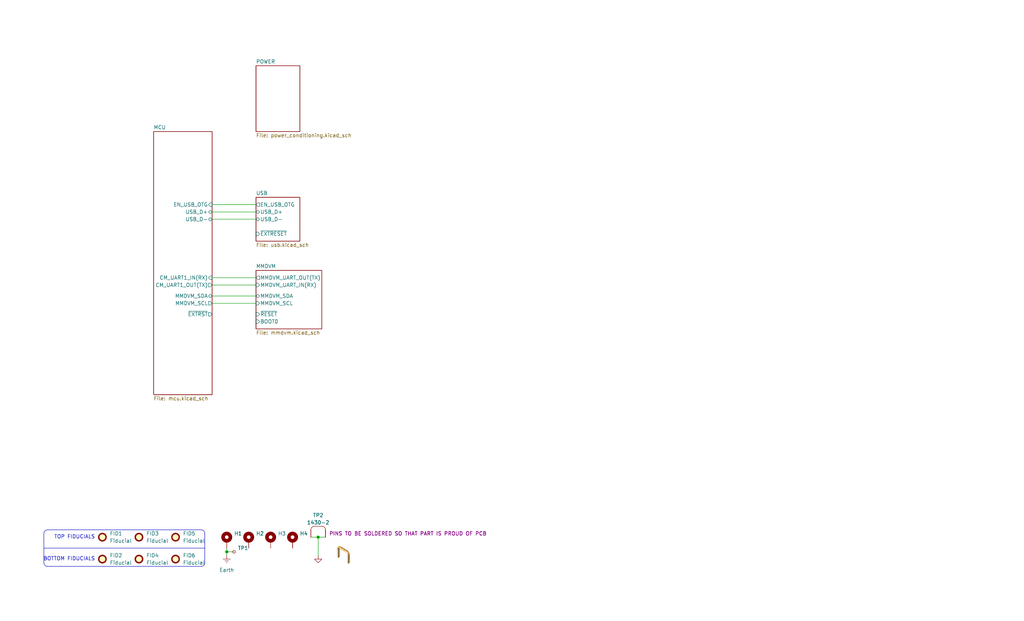
<source format=kicad_sch>
(kicad_sch (version 20250114) (generator "eeschema") (generator_version "9.0")
  (paper "USLegal")
  (lib_symbols
    (symbol "Connector:TestPoint_Small" (pin_numbers (hide yes)) (pin_names (offset 0.762) (hide yes))
      (property "Reference" "TP" (at 0 3.81 0))
      (property "Value" "TestPoint_Small" (at 0 2.032 0))
      (symbol "TestPoint_Small_0_1"
        (circle (center 0 0) (radius 0.508))
      )
      (symbol "TestPoint_Small_1_1"
        (pin passive line (at 0 0 90) (length 0) (name "1") (number "1"))
      )
    )
    (symbol "DDCEE:GND" (power) (pin_numbers (hide yes)) (pin_names (offset 0) (hide yes))
      (symbol "GND_0_1"
        (polyline (pts (xy 0 0) (xy 0 -1.27) (xy 1.27 -1.27) (xy 0 -2.54) (xy -1.27 -1.27) (xy 0 -1.27)))
      )
      (symbol "GND_1_1"
        (pin power_in line (at 0 0 270) (length 0) (name "~") (number "1"))
      )
    )
    (symbol "DDCEE:TP_2P_Keystone_1430-2" (pin_numbers (hide yes)) (pin_names (hide yes))
      (property "Reference" "TP" (at 2.54 4.826 0))
      (property "Value" "1430-2" (at 8.636 1.016 0))
      (property "Assembly Instructions" "PINS TO BE SOLDERED SO THAT PART IS PROUD OF PCB" (at 30.734 -0.508 0))
      (symbol "TP_2P_Keystone_1430-2_0_1"
        (polyline (pts (xy 1.27 3.81) (xy 3.81 3.81)))
        (arc (start 0 2.54) (mid 0.372 3.438) (end 1.27 3.81))
        (arc (start 3.81 3.81) (mid 4.708 3.438) (end 5.08 2.54))
      )
      (symbol "TP_2P_Keystone_1430-2_1_1"
        (pin power_in line (at 0 0 90) (length 2.54) (name "1") (number "1"))
        (pin power_in line (at 5.08 0 90) (length 2.54) (name "2") (number "2"))
      )
    )
    (symbol "Mechanical:Fiducial" (exclude_from_sim yes) (in_bom no)
      (property "Reference" "FID" (at 0 5.08 0))
      (property "Value" "Fiducial" (at 0 3.175 0))
      (symbol "Fiducial_0_1"
        (circle (center 0 0) (radius 1.27) (stroke (width 0.508)) (fill (type background)))
      )
    )
    (symbol "Mechanical:MountingHole_Pad" (pin_numbers (hide yes)) (pin_names (offset 1.016) (hide yes)) (exclude_from_sim yes) (in_bom no)
      (property "Reference" "H" (at 0 6.35 0))
      (property "Value" "MountingHole_Pad" (at 0 4.445 0))
      (symbol "MountingHole_Pad_0_1"
        (circle (center 0 1.27) (radius 1.27) (stroke (width 1.27)))
      )
      (symbol "MountingHole_Pad_1_1"
        (pin input line (at 0 -2.54 90) (length 2.54) (name "1") (number "1"))
      )
    )
    (symbol "power:Earth" (power) (pin_numbers (hide yes)) (pin_names (offset 0) (hide yes))
      (property "Value" "Earth" (at 0 -3.81 0))
      (symbol "Earth_0_1"
        (polyline (pts (xy -0.635 -1.905) (xy 0.635 -1.905)))
        (polyline (pts (xy -0.127 -2.54) (xy 0.127 -2.54)))
        (polyline (pts (xy 0 -1.27) (xy 0 0)))
        (polyline (pts (xy 1.27 -1.27) (xy -1.27 -1.27)))
      )
      (symbol "Earth_1_1"
        (pin power_in line (at 0 0 270) (length 0) (name "~") (number "1"))
      )
    )
  )
  (arc (start 16.51 196.85) (mid 15.612 196.478) (end 15.24 195.58))
  (arc (start 15.24 185.42) (mid 15.612 184.522) (end 16.51 184.15))
  (arc (start 69.85 184.15) (mid 70.748 184.522) (end 71.12 185.42))
  (arc (start 71.12 195.58) (mid 70.748 196.478) (end 69.85 196.85))
  (text "BOTTOM FIDUCIALS\n" (at 33.02 194.31 0) (effects (font (size 1.27 1.27)) (justify right)))
  (text "TOP FIDUCIALS" (at 33.02 186.69 0) (effects (font (size 1.27 1.27)) (justify right)))
  (junction (at 110.49 186.69))
  (junction (at 78.74 191.77))
  (no_connect (at -85.09 3.81))
  (polyline (pts (xy 71.12 185.42) (xy 71.12 195.58)))
  (wire (pts (xy 107.95 186.69) (xy 110.49 186.69)))
  (polyline (pts (xy 15.24 190.5) (xy 71.12 190.5)))
  (wire (pts (xy 78.74 191.77) (xy 81.28 191.77)))
  (wire (pts (xy 110.49 186.69) (xy 113.03 186.69)))
  (wire (pts (xy 73.66 76.2) (xy 88.9 76.2)))
  (wire (pts (xy 110.49 193.04) (xy 110.49 186.69)))
  (wire (pts (xy 78.74 190.5) (xy 78.74 191.77)))
  (polyline (pts (xy 15.24 185.42) (xy 15.24 195.58)))
  (wire (pts (xy 73.66 105.41) (xy 88.9 105.41)))
  (polyline (pts (xy 16.51 196.85) (xy 69.85 196.85)))
  (polyline (pts (xy 16.51 184.15) (xy 69.85 184.15)))
  (wire (pts (xy 78.74 191.77) (xy 78.74 193.04)))
  (wire (pts (xy 73.66 73.66) (xy 88.9 73.66)))
  (wire (pts (xy 73.66 102.87) (xy 88.9 102.87)))
  (wire (pts (xy 73.66 99.06) (xy 88.9 99.06)))
  (wire (pts (xy 73.66 96.52) (xy 88.9 96.52)))
  (wire (pts (xy 73.66 71.12) (xy 88.9 71.12)))
  (image (at 119.38 193.04) (scale 0.218519))
  (symbol (lib_id "power:Earth") (at 78.74 193.04 0) (unit 1)
    (property "Reference" "#PWR061" (effects (hide yes)))
    (property "Value" "Earth" (at 78.74 198.12 0))
    (property "Description" "Power symbol creates a global label with name \"Earth\"" (effects (hide yes)))
  )
  (symbol (lib_id "Mechanical:Fiducial") (at 48.26 194.31 0) (unit 1) (exclude_from_sim yes) (in_bom no)
    (property "Reference" "FID4" (at 50.8 193.04 0) (effects (justify left)))
    (property "Value" "Fiducial" (at 50.8 195.58 0) (effects (justify left)))
    (property "Footprint" "Fiducial:Fiducial_0.75mm_Mask1.5mm" (effects (hide yes)))
    (property "Description" "Fiducial Marker" (effects (hide yes)))
  )
  (symbol (lib_id "Mechanical:Fiducial") (at 60.96 194.31 0) (unit 1) (exclude_from_sim yes) (in_bom no)
    (property "Reference" "FID6" (at 63.5 193.04 0) (effects (justify left)))
    (property "Value" "Fiducial" (at 63.5 195.58 0) (effects (justify left)))
    (property "Footprint" "Fiducial:Fiducial_0.75mm_Mask1.5mm" (effects (hide yes)))
    (property "Description" "Fiducial Marker" (effects (hide yes)))
  )
  (symbol (lib_id "DDCEE:TP_2P_Keystone_1430-2") (at 107.95 186.69 0) (unit 1)
    (property "Reference" "TP2" (at 110.49 179.07 0))
    (property "Value" "1430-2" (at 110.49 181.61 0))
    (property "Footprint" "DDCEE:TP_2P_Keystone_1430-2" (effects (hide yes)))
    (property "Datasheet" "https://www.keyelco.com/userAssets/file/M65p105.pdf" (effects (hide yes)))
    (property "Description" "PIN SHORTING .040\"DIA" (effects (hide yes)))
    (property "Detailed Description" "2 (1 x 2) Position Shunt Connector Non-Insulated 0.250\" (6.40mm) Gold" (effects (hide yes)))
    (property "Manufacturer" "Keystone Electronics" (effects (hide yes)))
    (property "Manufacturer PN" "1430-2" (effects (hide yes)))
    (property "Supplier 1" "DigiKey" (effects (hide yes)))
    (property "Supplier 1 PN" "36-1430-2-ND" (effects (hide yes)))
    (property "Supplier 1 Link" "https://www.digikey.com/en/products/detail/keystone-electronics/1430-2/2746418" (effects (hide yes)))
    (property "Assembly Instructions" "PINS TO BE SOLDERED SO THAT PART IS PROUD OF PCB" (at 114.3 185.42 0) (effects (justify left)))
  )
  (symbol (lib_id "Mechanical:MountingHole_Pad") (at 86.36 187.96 0) (unit 1) (exclude_from_sim yes) (in_bom no)
    (property "Reference" "H2" (at 88.9 185.42 0) (effects (justify left)))
    (property "Value" "MountingHole_Pad" (effects (hide yes)))
    (property "Footprint" "MountingHole:MountingHole_3.2mm_M3" (effects (hide yes)))
    (property "Description" "Mounting Hole with connection" (effects (hide yes)))
  )
  (symbol (lib_id "Mechanical:Fiducial") (at 60.96 186.69 0) (unit 1) (exclude_from_sim yes) (in_bom no)
    (property "Reference" "FID5" (at 63.5 185.42 0) (effects (justify left)))
    (property "Value" "Fiducial" (at 63.5 187.96 0) (effects (justify left)))
    (property "Footprint" "Fiducial:Fiducial_0.75mm_Mask1.5mm" (effects (hide yes)))
    (property "Description" "Fiducial Marker" (effects (hide yes)))
  )
  (symbol (lib_id "Mechanical:MountingHole_Pad") (at 78.74 187.96 0) (unit 1) (exclude_from_sim yes) (in_bom no)
    (property "Reference" "H1" (at 81.28 185.42 0) (effects (justify left)))
    (property "Value" "MountingHole_Pad" (effects (hide yes)))
    (property "Footprint" "MountingHole:MountingHole_3.2mm_M3_Pad_Via" (effects (hide yes)))
    (property "Description" "Mounting Hole with connection" (effects (hide yes)))
  )
  (symbol (lib_id "Mechanical:Fiducial") (at 48.26 186.69 0) (unit 1) (exclude_from_sim yes) (in_bom no)
    (property "Reference" "FID3" (at 50.8 185.42 0) (effects (justify left)))
    (property "Value" "Fiducial" (at 50.8 187.96 0) (effects (justify left)))
    (property "Footprint" "Fiducial:Fiducial_0.75mm_Mask1.5mm" (effects (hide yes)))
    (property "Description" "Fiducial Marker" (effects (hide yes)))
  )
  (symbol (lib_id "Connector:TestPoint_Small") (at 81.28 191.77 0) (unit 1) (exclude_from_sim yes) (in_bom no)
    (property "Reference" "TP1" (at 82.55 190.5 0) (effects (justify left)))
    (property "Value" "TestPoint_Small" (effects (hide yes)))
    (property "Footprint" "TestPoint:TestPoint_Pad_D2.5mm" (effects (hide yes)))
    (property "Description" "test point" (effects (hide yes)))
  )
  (symbol (lib_id "Mechanical:Fiducial") (at 35.56 186.69 0) (unit 1) (exclude_from_sim yes) (in_bom no)
    (property "Reference" "FID1" (at 38.1 185.42 0) (effects (justify left)))
    (property "Value" "Fiducial" (at 38.1 187.96 0) (effects (justify left)))
    (property "Footprint" "Fiducial:Fiducial_0.75mm_Mask1.5mm" (effects (hide yes)))
    (property "Description" "Fiducial Marker" (effects (hide yes)))
  )
  (symbol (lib_id "Mechanical:MountingHole_Pad") (at 93.98 187.96 0) (unit 1) (exclude_from_sim yes) (in_bom no)
    (property "Reference" "H3" (at 96.52 185.42 0) (effects (justify left)))
    (property "Value" "MountingHole_Pad" (effects (hide yes)))
    (property "Footprint" "MountingHole:MountingHole_3.2mm_M3" (effects (hide yes)))
    (property "Description" "Mounting Hole with connection" (effects (hide yes)))
  )
  (symbol (lib_id "DDCEE:GND") (at 110.49 193.04 0) (unit 1)
    (property "Reference" "#PWR062" (effects (hide yes)))
    (property "Value" "GND" (effects (hide yes)))
    (property "Description" "Power symbol creates a global label with name \"GND\" , ground" (effects (hide yes)))
  )
  (symbol (lib_id "Mechanical:Fiducial") (at 35.56 194.31 0) (unit 1) (exclude_from_sim yes) (in_bom no)
    (property "Reference" "FID2" (at 38.1 193.04 0) (effects (justify left)))
    (property "Value" "Fiducial" (at 38.1 195.58 0) (effects (justify left)))
    (property "Footprint" "Fiducial:Fiducial_0.75mm_Mask1.5mm" (effects (hide yes)))
    (property "Description" "Fiducial Marker" (effects (hide yes)))
  )
  (symbol (lib_id "Mechanical:MountingHole_Pad") (at 101.6 187.96 0) (unit 1) (exclude_from_sim yes) (in_bom no)
    (property "Reference" "H4" (at 104.14 185.42 0) (effects (justify left)))
    (property "Value" "MountingHole_Pad" (effects (hide yes)))
    (property "Footprint" "MountingHole:MountingHole_3.2mm_M3" (effects (hide yes)))
    (property "Description" "Mounting Hole with connection" (effects (hide yes)))
  )
  (sheet (at 88.9 68.58) (size 15.24 15.24) (stroke (width 0.1524))
    (property "Sheetname" "USB" (at 88.9 67.8684 0) (effects (justify left bottom)))
    (property "Sheetfile" "usb.kicad_sch" (at 88.9 84.4046 0) (effects (justify left top)))
    (pin "EN_USB_OTG" output (at 88.9 71.12 180))
    (pin "USB_D+" bidirectional (at 88.9 73.66 180))
    (pin "~{EXTRESET}" input (at 88.9 81.28 180))
    (pin "USB_D-" bidirectional (at 88.9 76.2 180))
  )
  (sheet (at 53.34 45.72) (size 20.32 91.44) (stroke (width 0.1524))
    (property "Sheetname" "MCU" (at 53.34 45.0084 0) (effects (justify left bottom)))
    (property "Sheetfile" "mcu.kicad_sch" (at 53.34 137.7446 0) (effects (justify left top)))
    (pin "USB_D-" bidirectional (at 73.66 76.2 0))
    (pin "USB_D+" bidirectional (at 73.66 73.66 0))
    (pin "EN_USB_OTG" input (at 73.66 71.12 0))
    (pin "~{EXTRST}" output (at 73.66 109.22 0))
    (pin "CM_UART1_IN(RX)" input (at 73.66 96.52 0))
    (pin "MMDVM_SCL" output (at 73.66 105.41 0))
    (pin "MMDVM_SDA" bidirectional (at 73.66 102.87 0))
    (pin "CM_UART1_OUT(TX)" output (at 73.66 99.06 0))
  )
  (sheet (at 88.9 93.98) (size 22.86 20.32) (stroke (width 0.1524))
    (property "Sheetname" "MMDVM" (at 88.9 93.2684 0) (effects (justify left bottom)))
    (property "Sheetfile" "mmdvm.kicad_sch" (at 88.9 114.8846 0) (effects (justify left top)))
    (pin "MMDVM_UART_OUT(TX)" output (at 88.9 96.52 180))
    (pin "BOOT0" input (at 88.9 111.76 180))
    (pin "MMDVM_SDA" bidirectional (at 88.9 102.87 180))
    (pin "MMDVM_SCL" input (at 88.9 105.41 180))
    (pin "MMDVM_UART_IN(RX)" input (at 88.9 99.06 180))
    (pin "~{RESET}" input (at 88.9 109.22 180))
  )
  (sheet (at 88.9 22.86) (size 15.24 22.86) (stroke (width 0.1524))
    (property "Sheetname" "POWER" (at 88.9 22.1484 0) (effects (justify left bottom)))
    (property "Sheetfile" "power_conditioning.kicad_sch" (at 88.9 46.3046 0) (effects (justify left top)))
  )
)
</source>
